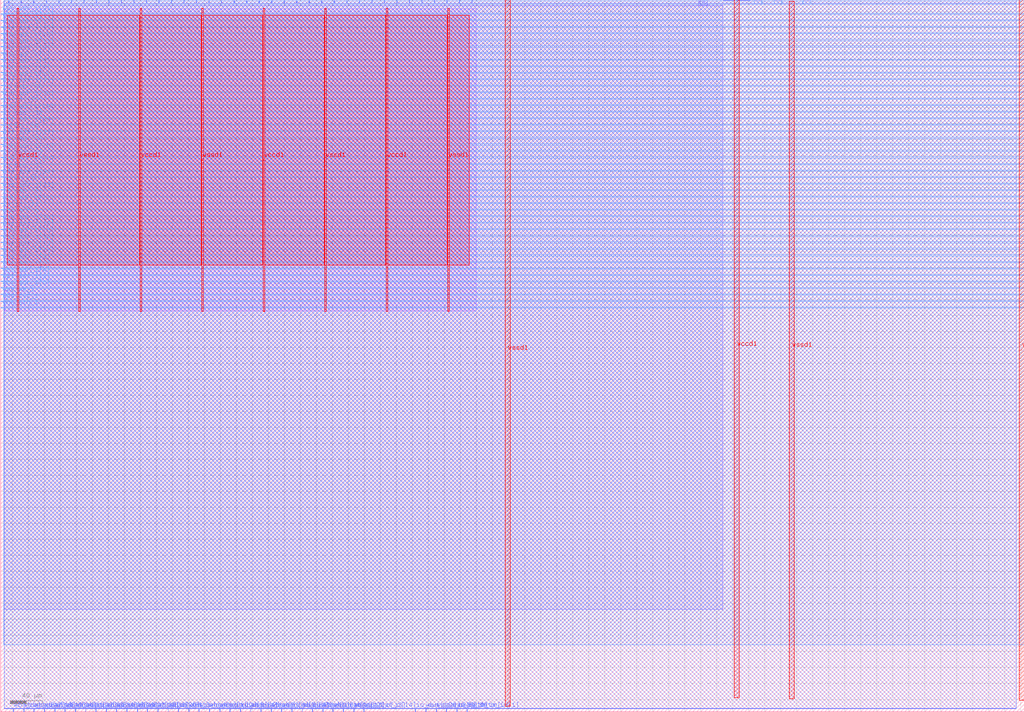
<source format=lef>
VERSION 5.7 ;
  NOWIREEXTENSIONATPIN ON ;
  DIVIDERCHAR "/" ;
  BUSBITCHARS "[]" ;
MACRO TOP_mixed
  CLASS BLOCK ;
  FOREIGN TOP_mixed ;
  ORIGIN 194.545 475.390 ;
  SIZE 1279.025 BY 890.000 ;
  PIN io_in__31
    DIRECTION INPUT ;
    USE SIGNAL ;
    ANTENNAGATEAREA 0.159000 ;
    PORT
      LAYER met3 ;
        RECT -194.545 152.010 -190.545 152.610 ;
    END
  END io_in__31
  PIN io_in__32
    DIRECTION INPUT ;
    USE SIGNAL ;
    ANTENNAGATEAREA 0.196500 ;
    PORT
      LAYER met3 ;
        RECT -194.545 184.650 -190.545 185.250 ;
    END
  END io_in__32
  PIN io_in__34
    DIRECTION INPUT ;
    USE SIGNAL ;
    ANTENNAGATEAREA 0.213000 ;
    PORT
      LAYER met3 ;
        RECT -194.545 249.930 -190.545 250.530 ;
    END
  END io_in__34
  PIN io_in__35
    DIRECTION INPUT ;
    USE SIGNAL ;
    ANTENNAGATEAREA 0.213000 ;
    PORT
      LAYER met3 ;
        RECT -194.545 282.570 -190.545 283.170 ;
    END
  END io_in__35
  PIN io_oeb__10
    DIRECTION OUTPUT TRISTATE ;
    USE SIGNAL ;
    PORT
      LAYER met2 ;
        RECT -12.295 410.610 -12.015 414.610 ;
    END
  END io_oeb__10
  PIN io_oeb__27
    DIRECTION OUTPUT TRISTATE ;
    USE SIGNAL ;
    PORT
      LAYER met2 ;
        RECT 233.720 -475.390 234.260 -471.390 ;
    END
  END io_oeb__27
  PIN io_oeb__28
    DIRECTION OUTPUT TRISTATE ;
    USE SIGNAL ;
    PORT
      LAYER met2 ;
        RECT 169.290 -475.390 169.830 -471.390 ;
    END
  END io_oeb__28
  PIN io_oeb__29
    DIRECTION OUTPUT TRISTATE ;
    USE SIGNAL ;
    PORT
      LAYER met2 ;
        RECT 104.860 -475.390 105.400 -471.390 ;
    END
  END io_oeb__29
  PIN io_oeb__30
    DIRECTION OUTPUT TRISTATE ;
    USE SIGNAL ;
    PORT
      LAYER met2 ;
        RECT 362.360 -475.390 363.090 -471.100 ;
    END
  END io_oeb__30
  PIN io_oeb__31
    DIRECTION OUTPUT TRISTATE ;
    USE SIGNAL ;
    PORT
      LAYER met3 ;
        RECT -194.545 168.330 -190.545 168.930 ;
    END
  END io_oeb__31
  PIN io_oeb__32
    DIRECTION OUTPUT TRISTATE ;
    USE SIGNAL ;
    PORT
      LAYER met3 ;
        RECT -194.545 200.970 -190.545 201.570 ;
    END
  END io_oeb__32
  PIN io_oeb__33
    DIRECTION OUTPUT TRISTATE ;
    USE SIGNAL ;
    PORT
      LAYER met3 ;
        RECT -194.545 233.610 -190.545 234.210 ;
    END
  END io_oeb__33
  PIN io_oeb__34
    DIRECTION OUTPUT TRISTATE ;
    USE SIGNAL ;
    PORT
      LAYER met3 ;
        RECT -194.545 266.250 -190.545 266.850 ;
    END
  END io_oeb__34
  PIN io_oeb__35
    DIRECTION OUTPUT TRISTATE ;
    USE SIGNAL ;
    PORT
      LAYER met3 ;
        RECT -194.545 298.890 -190.545 299.490 ;
    END
  END io_oeb__35
  PIN io_oeb__8
    DIRECTION OUTPUT TRISTATE ;
    USE SIGNAL ;
    PORT
      LAYER met2 ;
        RECT -153.055 410.610 -152.775 414.610 ;
    END
  END io_oeb__8
  PIN io_oeb__9
    DIRECTION OUTPUT TRISTATE ;
    USE SIGNAL ;
    PORT
      LAYER met2 ;
        RECT -90.495 410.610 -90.215 414.610 ;
    END
  END io_oeb__9
  PIN io_out__30
    DIRECTION OUTPUT TRISTATE ;
    USE SIGNAL ;
    ANTENNADIFFAREA 2.673000 ;
    PORT
      LAYER met2 ;
        RECT 323.820 -475.390 324.360 -471.390 ;
    END
  END io_out__30
  PIN io_out__33
    DIRECTION OUTPUT TRISTATE ;
    USE SIGNAL ;
    ANTENNADIFFAREA 2.673000 ;
    PORT
      LAYER met3 ;
        RECT -194.545 217.290 -190.545 217.890 ;
    END
  END io_out__33
  PIN la_data_in[0]
    DIRECTION INPUT ;
    USE SIGNAL ;
    ANTENNAGATEAREA 0.126000 ;
    PORT
      LAYER met2 ;
        RECT 375.300 -475.390 375.950 -471.100 ;
    END
  END la_data_in[0]
  PIN la_data_in[1]
    DIRECTION INPUT ;
    USE SIGNAL ;
    PORT
      LAYER met2 ;
        RECT 388.160 -475.390 388.910 -471.100 ;
    END
  END la_data_in[1]
  PIN user_irq[0]
    DIRECTION OUTPUT TRISTATE ;
    USE SIGNAL ;
    PORT
      LAYER met2 ;
        RECT 363.065 410.610 363.345 414.610 ;
    END
  END user_irq[0]
  PIN user_irq[1]
    DIRECTION OUTPUT TRISTATE ;
    USE SIGNAL ;
    PORT
      LAYER met2 ;
        RECT 378.705 410.610 378.985 414.610 ;
    END
  END user_irq[1]
  PIN user_irq[2]
    DIRECTION OUTPUT TRISTATE ;
    USE SIGNAL ;
    PORT
      LAYER met2 ;
        RECT 394.345 410.610 394.625 414.610 ;
    END
  END user_irq[2]
  PIN vccd1
    DIRECTION INOUT ;
    USE POWER ;
    PORT
      LAYER met4 ;
        RECT -173.505 25.250 -171.905 403.810 ;
    END
    PORT
      LAYER met4 ;
        RECT -19.905 25.250 -18.305 403.810 ;
    END
    PORT
      LAYER met4 ;
        RECT 133.695 25.250 135.295 403.810 ;
    END
    PORT
      LAYER met4 ;
        RECT 287.295 25.250 288.895 403.810 ;
    END
    PORT
      LAYER met4 ;
        RECT 721.840 -458.080 728.340 414.610 ;
    END
    PORT
      LAYER met4 ;
        RECT 1077.980 -460.700 1084.480 414.610 ;
    END
  END vccd1
  PIN vssd1
    DIRECTION INOUT ;
    USE GROUND ;
    PORT
      LAYER met4 ;
        RECT -96.705 25.250 -95.105 403.810 ;
    END
    PORT
      LAYER met4 ;
        RECT 56.895 25.250 58.495 403.810 ;
    END
    PORT
      LAYER met4 ;
        RECT 210.495 25.250 212.095 403.810 ;
    END
    PORT
      LAYER met4 ;
        RECT 364.095 25.250 365.695 403.810 ;
    END
    PORT
      LAYER met4 ;
        RECT 435.655 -468.445 442.145 414.610 ;
    END
    PORT
      LAYER met4 ;
        RECT 790.585 -459.255 797.085 412.890 ;
    END
  END vssd1
  PIN wb_clk_i
    DIRECTION INPUT ;
    USE SIGNAL ;
    ANTENNAGATEAREA 0.852000 ;
    PORT
      LAYER met2 ;
        RECT 14.740 -475.390 15.290 -471.390 ;
    END
  END wb_clk_i
  PIN wb_rst_i
    DIRECTION INPUT ;
    USE SIGNAL ;
    PORT
      LAYER met2 ;
        RECT 27.630 -475.390 28.150 -471.390 ;
    END
  END wb_rst_i
  PIN wbs_ack_o
    DIRECTION OUTPUT TRISTATE ;
    USE SIGNAL ;
    ANTENNADIFFAREA 2.673000 ;
    PORT
      LAYER met3 ;
        RECT -194.545 143.850 -190.545 144.450 ;
    END
  END wbs_ack_o
  PIN wbs_adr_i[0]
    DIRECTION INPUT ;
    USE SIGNAL ;
    ANTENNAGATEAREA 0.126000 ;
    PORT
      LAYER met3 ;
        RECT -194.545 54.090 -190.545 54.690 ;
    END
  END wbs_adr_i[0]
  PIN wbs_adr_i[10]
    DIRECTION INPUT ;
    USE SIGNAL ;
    ANTENNAGATEAREA 0.126000 ;
    PORT
      LAYER met3 ;
        RECT -194.545 94.890 -190.545 95.490 ;
    END
  END wbs_adr_i[10]
  PIN wbs_adr_i[11]
    DIRECTION INPUT ;
    USE SIGNAL ;
    ANTENNAGATEAREA 0.213000 ;
    PORT
      LAYER met3 ;
        RECT -194.545 356.010 -190.545 356.610 ;
    END
  END wbs_adr_i[11]
  PIN wbs_adr_i[12]
    DIRECTION INPUT ;
    USE SIGNAL ;
    ANTENNAGATEAREA 0.196500 ;
    PORT
      LAYER met3 ;
        RECT -194.545 103.050 -190.545 103.650 ;
    END
  END wbs_adr_i[12]
  PIN wbs_adr_i[13]
    DIRECTION INPUT ;
    USE SIGNAL ;
    ANTENNAGATEAREA 0.213000 ;
    PORT
      LAYER met3 ;
        RECT -194.545 364.170 -190.545 364.770 ;
    END
  END wbs_adr_i[13]
  PIN wbs_adr_i[14]
    DIRECTION INPUT ;
    USE SIGNAL ;
    ANTENNAGATEAREA 0.126000 ;
    PORT
      LAYER met3 ;
        RECT -194.545 111.210 -190.545 111.810 ;
    END
  END wbs_adr_i[14]
  PIN wbs_adr_i[15]
    DIRECTION INPUT ;
    USE SIGNAL ;
    ANTENNAGATEAREA 0.213000 ;
    PORT
      LAYER met3 ;
        RECT -194.545 372.330 -190.545 372.930 ;
    END
  END wbs_adr_i[15]
  PIN wbs_adr_i[16]
    DIRECTION INPUT ;
    USE SIGNAL ;
    ANTENNAGATEAREA 0.196500 ;
    PORT
      LAYER met3 ;
        RECT -194.545 119.370 -190.545 119.970 ;
    END
  END wbs_adr_i[16]
  PIN wbs_adr_i[17]
    DIRECTION INPUT ;
    USE SIGNAL ;
    ANTENNAGATEAREA 0.213000 ;
    PORT
      LAYER met3 ;
        RECT -194.545 380.490 -190.545 381.090 ;
    END
  END wbs_adr_i[17]
  PIN wbs_adr_i[18]
    DIRECTION INPUT ;
    USE SIGNAL ;
    ANTENNAGATEAREA 0.126000 ;
    PORT
      LAYER met3 ;
        RECT -194.545 127.530 -190.545 128.130 ;
    END
  END wbs_adr_i[18]
  PIN wbs_adr_i[19]
    DIRECTION INPUT ;
    USE SIGNAL ;
    ANTENNAGATEAREA 0.213000 ;
    PORT
      LAYER met3 ;
        RECT -194.545 388.650 -190.545 389.250 ;
    END
  END wbs_adr_i[19]
  PIN wbs_adr_i[1]
    DIRECTION INPUT ;
    USE SIGNAL ;
    ANTENNAGATEAREA 0.126000 ;
    PORT
      LAYER met3 ;
        RECT -194.545 315.210 -190.545 315.810 ;
    END
  END wbs_adr_i[1]
  PIN wbs_adr_i[20]
    DIRECTION INPUT ;
    USE SIGNAL ;
    ANTENNAGATEAREA 0.196500 ;
    PORT
      LAYER met3 ;
        RECT -194.545 135.690 -190.545 136.290 ;
    END
  END wbs_adr_i[20]
  PIN wbs_adr_i[21]
    DIRECTION INPUT ;
    USE SIGNAL ;
    ANTENNAGATEAREA 0.213000 ;
    PORT
      LAYER met3 ;
        RECT -194.545 396.810 -190.545 397.410 ;
    END
  END wbs_adr_i[21]
  PIN wbs_adr_i[22]
    DIRECTION INPUT ;
    USE SIGNAL ;
    ANTENNAGATEAREA 0.126000 ;
    PORT
      LAYER met3 ;
        RECT -194.545 160.170 -190.545 160.770 ;
    END
  END wbs_adr_i[22]
  PIN wbs_adr_i[23]
    DIRECTION INPUT ;
    USE SIGNAL ;
    ANTENNAGATEAREA 0.196500 ;
    PORT
      LAYER met3 ;
        RECT -194.545 176.490 -190.545 177.090 ;
    END
  END wbs_adr_i[23]
  PIN wbs_adr_i[24]
    DIRECTION INPUT ;
    USE SIGNAL ;
    ANTENNAGATEAREA 0.196500 ;
    PORT
      LAYER met3 ;
        RECT -194.545 192.810 -190.545 193.410 ;
    END
  END wbs_adr_i[24]
  PIN wbs_adr_i[25]
    DIRECTION INPUT ;
    USE SIGNAL ;
    ANTENNAGATEAREA 0.126000 ;
    PORT
      LAYER met3 ;
        RECT -194.545 209.130 -190.545 209.730 ;
    END
  END wbs_adr_i[25]
  PIN wbs_adr_i[26]
    DIRECTION INPUT ;
    USE SIGNAL ;
    ANTENNAGATEAREA 0.126000 ;
    PORT
      LAYER met3 ;
        RECT -194.545 225.450 -190.545 226.050 ;
    END
  END wbs_adr_i[26]
  PIN wbs_adr_i[27]
    DIRECTION INPUT ;
    USE SIGNAL ;
    ANTENNAGATEAREA 0.196500 ;
    PORT
      LAYER met3 ;
        RECT -194.545 241.770 -190.545 242.370 ;
    END
  END wbs_adr_i[27]
  PIN wbs_adr_i[28]
    DIRECTION INPUT ;
    USE SIGNAL ;
    ANTENNAGATEAREA 0.196500 ;
    PORT
      LAYER met3 ;
        RECT -194.545 258.090 -190.545 258.690 ;
    END
  END wbs_adr_i[28]
  PIN wbs_adr_i[29]
    DIRECTION INPUT ;
    USE SIGNAL ;
    ANTENNAGATEAREA 0.196500 ;
    PORT
      LAYER met3 ;
        RECT -194.545 274.410 -190.545 275.010 ;
    END
  END wbs_adr_i[29]
  PIN wbs_adr_i[2]
    DIRECTION INPUT ;
    USE SIGNAL ;
    ANTENNAGATEAREA 0.126000 ;
    PORT
      LAYER met3 ;
        RECT -194.545 62.250 -190.545 62.850 ;
    END
  END wbs_adr_i[2]
  PIN wbs_adr_i[30]
    DIRECTION INPUT ;
    USE SIGNAL ;
    ANTENNAGATEAREA 0.196500 ;
    PORT
      LAYER met3 ;
        RECT -194.545 290.730 -190.545 291.330 ;
    END
  END wbs_adr_i[30]
  PIN wbs_adr_i[31]
    DIRECTION INPUT ;
    USE SIGNAL ;
    ANTENNAGATEAREA 0.196500 ;
    PORT
      LAYER met3 ;
        RECT -194.545 307.050 -190.545 307.650 ;
    END
  END wbs_adr_i[31]
  PIN wbs_adr_i[3]
    DIRECTION INPUT ;
    USE SIGNAL ;
    ANTENNAGATEAREA 0.126000 ;
    PORT
      LAYER met3 ;
        RECT -194.545 323.370 -190.545 323.970 ;
    END
  END wbs_adr_i[3]
  PIN wbs_adr_i[4]
    DIRECTION INPUT ;
    USE SIGNAL ;
    ANTENNAGATEAREA 0.126000 ;
    PORT
      LAYER met3 ;
        RECT -194.545 70.410 -190.545 71.010 ;
    END
  END wbs_adr_i[4]
  PIN wbs_adr_i[5]
    DIRECTION INPUT ;
    USE SIGNAL ;
    ANTENNAGATEAREA 0.126000 ;
    PORT
      LAYER met3 ;
        RECT -194.545 331.530 -190.545 332.130 ;
    END
  END wbs_adr_i[5]
  PIN wbs_adr_i[6]
    DIRECTION INPUT ;
    USE SIGNAL ;
    ANTENNAGATEAREA 0.126000 ;
    PORT
      LAYER met3 ;
        RECT -194.545 78.570 -190.545 79.170 ;
    END
  END wbs_adr_i[6]
  PIN wbs_adr_i[7]
    DIRECTION INPUT ;
    USE SIGNAL ;
    ANTENNAGATEAREA 0.126000 ;
    PORT
      LAYER met3 ;
        RECT -194.545 339.690 -190.545 340.290 ;
    END
  END wbs_adr_i[7]
  PIN wbs_adr_i[8]
    DIRECTION INPUT ;
    USE SIGNAL ;
    ANTENNAGATEAREA 0.196500 ;
    PORT
      LAYER met3 ;
        RECT -194.545 86.730 -190.545 87.330 ;
    END
  END wbs_adr_i[8]
  PIN wbs_adr_i[9]
    DIRECTION INPUT ;
    USE SIGNAL ;
    ANTENNAGATEAREA 0.213000 ;
    PORT
      LAYER met3 ;
        RECT -194.545 347.850 -190.545 348.450 ;
    END
  END wbs_adr_i[9]
  PIN wbs_cyc_i
    DIRECTION INPUT ;
    USE SIGNAL ;
    ANTENNAGATEAREA 0.159000 ;
    PORT
      LAYER met3 ;
        RECT -194.545 37.770 -190.545 38.370 ;
    END
  END wbs_cyc_i
  PIN wbs_dat_i[0]
    DIRECTION INPUT ;
    USE SIGNAL ;
    ANTENNAGATEAREA 0.126000 ;
    PORT
      LAYER met2 ;
        RECT -184.335 410.610 -184.055 414.610 ;
    END
  END wbs_dat_i[0]
  PIN wbs_dat_i[10]
    DIRECTION INPUT ;
    USE SIGNAL ;
    ANTENNAGATEAREA 0.126000 ;
    PORT
      LAYER met2 ;
        RECT 18.985 410.610 19.265 414.610 ;
    END
  END wbs_dat_i[10]
  PIN wbs_dat_i[11]
    DIRECTION INPUT ;
    USE SIGNAL ;
    ANTENNAGATEAREA 0.126000 ;
    PORT
      LAYER met2 ;
        RECT 34.625 410.610 34.905 414.610 ;
    END
  END wbs_dat_i[11]
  PIN wbs_dat_i[12]
    DIRECTION INPUT ;
    USE SIGNAL ;
    ANTENNAGATEAREA 0.126000 ;
    PORT
      LAYER met2 ;
        RECT 50.265 410.610 50.545 414.610 ;
    END
  END wbs_dat_i[12]
  PIN wbs_dat_i[13]
    DIRECTION INPUT ;
    USE SIGNAL ;
    ANTENNAGATEAREA 0.126000 ;
    PORT
      LAYER met2 ;
        RECT 65.905 410.610 66.185 414.610 ;
    END
  END wbs_dat_i[13]
  PIN wbs_dat_i[14]
    DIRECTION INPUT ;
    USE SIGNAL ;
    ANTENNAGATEAREA 0.126000 ;
    PORT
      LAYER met2 ;
        RECT 81.545 410.610 81.825 414.610 ;
    END
  END wbs_dat_i[14]
  PIN wbs_dat_i[15]
    DIRECTION INPUT ;
    USE SIGNAL ;
    ANTENNAGATEAREA 0.126000 ;
    PORT
      LAYER met2 ;
        RECT 97.185 410.610 97.465 414.610 ;
    END
  END wbs_dat_i[15]
  PIN wbs_dat_i[16]
    DIRECTION INPUT ;
    USE SIGNAL ;
    ANTENNAGATEAREA 0.126000 ;
    PORT
      LAYER met2 ;
        RECT 112.825 410.610 113.105 414.610 ;
    END
  END wbs_dat_i[16]
  PIN wbs_dat_i[17]
    DIRECTION INPUT ;
    USE SIGNAL ;
    ANTENNAGATEAREA 0.126000 ;
    PORT
      LAYER met2 ;
        RECT 128.465 410.610 128.745 414.610 ;
    END
  END wbs_dat_i[17]
  PIN wbs_dat_i[18]
    DIRECTION INPUT ;
    USE SIGNAL ;
    ANTENNAGATEAREA 0.126000 ;
    PORT
      LAYER met2 ;
        RECT 144.105 410.610 144.385 414.610 ;
    END
  END wbs_dat_i[18]
  PIN wbs_dat_i[19]
    DIRECTION INPUT ;
    USE SIGNAL ;
    ANTENNAGATEAREA 0.126000 ;
    PORT
      LAYER met2 ;
        RECT 159.745 410.610 160.025 414.610 ;
    END
  END wbs_dat_i[19]
  PIN wbs_dat_i[1]
    DIRECTION INPUT ;
    USE SIGNAL ;
    ANTENNAGATEAREA 0.126000 ;
    PORT
      LAYER met2 ;
        RECT -168.695 410.610 -168.415 414.610 ;
    END
  END wbs_dat_i[1]
  PIN wbs_dat_i[20]
    DIRECTION INPUT ;
    USE SIGNAL ;
    ANTENNAGATEAREA 0.126000 ;
    PORT
      LAYER met2 ;
        RECT 175.385 410.610 175.665 414.610 ;
    END
  END wbs_dat_i[20]
  PIN wbs_dat_i[21]
    DIRECTION INPUT ;
    USE SIGNAL ;
    ANTENNAGATEAREA 0.126000 ;
    PORT
      LAYER met2 ;
        RECT 191.025 410.610 191.305 414.610 ;
    END
  END wbs_dat_i[21]
  PIN wbs_dat_i[22]
    DIRECTION INPUT ;
    USE SIGNAL ;
    ANTENNAGATEAREA 0.126000 ;
    PORT
      LAYER met2 ;
        RECT 206.665 410.610 206.945 414.610 ;
    END
  END wbs_dat_i[22]
  PIN wbs_dat_i[23]
    DIRECTION INPUT ;
    USE SIGNAL ;
    ANTENNAGATEAREA 0.126000 ;
    PORT
      LAYER met2 ;
        RECT 222.305 410.610 222.585 414.610 ;
    END
  END wbs_dat_i[23]
  PIN wbs_dat_i[24]
    DIRECTION INPUT ;
    USE SIGNAL ;
    ANTENNAGATEAREA 0.126000 ;
    PORT
      LAYER met2 ;
        RECT 237.945 410.610 238.225 414.610 ;
    END
  END wbs_dat_i[24]
  PIN wbs_dat_i[25]
    DIRECTION INPUT ;
    USE SIGNAL ;
    ANTENNAGATEAREA 0.126000 ;
    PORT
      LAYER met2 ;
        RECT 253.585 410.610 253.865 414.610 ;
    END
  END wbs_dat_i[25]
  PIN wbs_dat_i[26]
    DIRECTION INPUT ;
    USE SIGNAL ;
    ANTENNAGATEAREA 0.126000 ;
    PORT
      LAYER met2 ;
        RECT 269.225 410.610 269.505 414.610 ;
    END
  END wbs_dat_i[26]
  PIN wbs_dat_i[27]
    DIRECTION INPUT ;
    USE SIGNAL ;
    ANTENNAGATEAREA 0.126000 ;
    PORT
      LAYER met2 ;
        RECT 284.865 410.610 285.145 414.610 ;
    END
  END wbs_dat_i[27]
  PIN wbs_dat_i[28]
    DIRECTION INPUT ;
    USE SIGNAL ;
    ANTENNAGATEAREA 0.126000 ;
    PORT
      LAYER met2 ;
        RECT 300.505 410.610 300.785 414.610 ;
    END
  END wbs_dat_i[28]
  PIN wbs_dat_i[29]
    DIRECTION INPUT ;
    USE SIGNAL ;
    ANTENNAGATEAREA 0.126000 ;
    PORT
      LAYER met2 ;
        RECT 316.145 410.610 316.425 414.610 ;
    END
  END wbs_dat_i[29]
  PIN wbs_dat_i[2]
    DIRECTION INPUT ;
    USE SIGNAL ;
    ANTENNAGATEAREA 0.126000 ;
    PORT
      LAYER met2 ;
        RECT -137.415 410.610 -137.135 414.610 ;
    END
  END wbs_dat_i[2]
  PIN wbs_dat_i[30]
    DIRECTION INPUT ;
    USE SIGNAL ;
    ANTENNAGATEAREA 0.126000 ;
    PORT
      LAYER met2 ;
        RECT 331.785 410.610 332.065 414.610 ;
    END
  END wbs_dat_i[30]
  PIN wbs_dat_i[31]
    DIRECTION INPUT ;
    USE SIGNAL ;
    ANTENNAGATEAREA 0.126000 ;
    PORT
      LAYER met2 ;
        RECT 347.425 410.610 347.705 414.610 ;
    END
  END wbs_dat_i[31]
  PIN wbs_dat_i[3]
    DIRECTION INPUT ;
    USE SIGNAL ;
    ANTENNAGATEAREA 0.126000 ;
    PORT
      LAYER met2 ;
        RECT -121.775 410.610 -121.495 414.610 ;
    END
  END wbs_dat_i[3]
  PIN wbs_dat_i[4]
    DIRECTION INPUT ;
    USE SIGNAL ;
    ANTENNAGATEAREA 0.126000 ;
    PORT
      LAYER met2 ;
        RECT -106.135 410.610 -105.855 414.610 ;
    END
  END wbs_dat_i[4]
  PIN wbs_dat_i[5]
    DIRECTION INPUT ;
    USE SIGNAL ;
    ANTENNAGATEAREA 0.126000 ;
    PORT
      LAYER met2 ;
        RECT -74.855 410.610 -74.575 414.610 ;
    END
  END wbs_dat_i[5]
  PIN wbs_dat_i[6]
    DIRECTION INPUT ;
    USE SIGNAL ;
    ANTENNAGATEAREA 0.126000 ;
    PORT
      LAYER met2 ;
        RECT -59.215 410.610 -58.935 414.610 ;
    END
  END wbs_dat_i[6]
  PIN wbs_dat_i[7]
    DIRECTION INPUT ;
    USE SIGNAL ;
    ANTENNAGATEAREA 0.126000 ;
    PORT
      LAYER met2 ;
        RECT -43.575 410.610 -43.295 414.610 ;
    END
  END wbs_dat_i[7]
  PIN wbs_dat_i[8]
    DIRECTION INPUT ;
    USE SIGNAL ;
    ANTENNAGATEAREA 0.126000 ;
    PORT
      LAYER met2 ;
        RECT -27.935 410.610 -27.655 414.610 ;
    END
  END wbs_dat_i[8]
  PIN wbs_dat_i[9]
    DIRECTION INPUT ;
    USE SIGNAL ;
    ANTENNAGATEAREA 0.126000 ;
    PORT
      LAYER met2 ;
        RECT 3.345 410.610 3.625 414.610 ;
    END
  END wbs_dat_i[9]
  PIN wbs_dat_o[0]
    DIRECTION OUTPUT TRISTATE ;
    USE SIGNAL ;
    ANTENNADIFFAREA 2.673000 ;
    PORT
      LAYER met2 ;
        RECT 40.490 -475.390 41.040 -471.390 ;
    END
  END wbs_dat_o[0]
  PIN wbs_dat_o[10]
    DIRECTION OUTPUT TRISTATE ;
    USE SIGNAL ;
    ANTENNADIFFAREA 2.673000 ;
    PORT
      LAYER met2 ;
        RECT 194.980 -475.390 195.540 -471.390 ;
    END
  END wbs_dat_o[10]
  PIN wbs_dat_o[11]
    DIRECTION OUTPUT TRISTATE ;
    USE SIGNAL ;
    ANTENNADIFFAREA 2.673000 ;
    PORT
      LAYER met2 ;
        RECT 207.880 -475.390 208.430 -471.390 ;
    END
  END wbs_dat_o[11]
  PIN wbs_dat_o[12]
    DIRECTION OUTPUT TRISTATE ;
    USE SIGNAL ;
    ANTENNADIFFAREA 2.673000 ;
    PORT
      LAYER met2 ;
        RECT 220.770 -475.390 221.350 -471.390 ;
    END
  END wbs_dat_o[12]
  PIN wbs_dat_o[13]
    DIRECTION OUTPUT TRISTATE ;
    USE SIGNAL ;
    ANTENNADIFFAREA 2.673000 ;
    PORT
      LAYER met2 ;
        RECT 246.600 -475.390 247.060 -471.390 ;
    END
  END wbs_dat_o[13]
  PIN wbs_dat_o[14]
    DIRECTION OUTPUT TRISTATE ;
    USE SIGNAL ;
    ANTENNADIFFAREA 2.673000 ;
    PORT
      LAYER met2 ;
        RECT 259.400 -475.390 259.990 -471.390 ;
    END
  END wbs_dat_o[14]
  PIN wbs_dat_o[15]
    DIRECTION OUTPUT TRISTATE ;
    USE SIGNAL ;
    ANTENNADIFFAREA 2.673000 ;
    PORT
      LAYER met2 ;
        RECT 336.580 -475.390 337.320 -471.100 ;
    END
  END wbs_dat_o[15]
  PIN wbs_dat_o[16]
    DIRECTION OUTPUT TRISTATE ;
    USE SIGNAL ;
    ANTENNADIFFAREA 2.673000 ;
    PORT
      LAYER met2 ;
        RECT 349.530 -475.390 350.150 -471.100 ;
    END
  END wbs_dat_o[16]
  PIN wbs_dat_o[17]
    DIRECTION OUTPUT TRISTATE ;
    USE SIGNAL ;
    ANTENNADIFFAREA 2.673000 ;
    PORT
      LAYER met2 ;
        RECT -178.360 -475.390 -177.950 -471.390 ;
    END
  END wbs_dat_o[17]
  PIN wbs_dat_o[18]
    DIRECTION OUTPUT TRISTATE ;
    USE SIGNAL ;
    ANTENNADIFFAREA 2.673000 ;
    PORT
      LAYER met2 ;
        RECT -165.610 -475.390 -165.080 -471.390 ;
    END
  END wbs_dat_o[18]
  PIN wbs_dat_o[19]
    DIRECTION OUTPUT TRISTATE ;
    USE SIGNAL ;
    ANTENNADIFFAREA 2.673000 ;
    PORT
      LAYER met2 ;
        RECT -152.740 -475.390 -152.200 -471.390 ;
    END
  END wbs_dat_o[19]
  PIN wbs_dat_o[1]
    DIRECTION OUTPUT TRISTATE ;
    USE SIGNAL ;
    ANTENNADIFFAREA 2.673000 ;
    PORT
      LAYER met2 ;
        RECT 53.380 -475.390 53.960 -471.390 ;
    END
  END wbs_dat_o[1]
  PIN wbs_dat_o[20]
    DIRECTION OUTPUT TRISTATE ;
    USE SIGNAL ;
    ANTENNADIFFAREA 2.673000 ;
    PORT
      LAYER met2 ;
        RECT -139.860 -475.390 -139.290 -471.390 ;
    END
  END wbs_dat_o[20]
  PIN wbs_dat_o[21]
    DIRECTION OUTPUT TRISTATE ;
    USE SIGNAL ;
    ANTENNADIFFAREA 2.673000 ;
    PORT
      LAYER met2 ;
        RECT -126.950 -475.390 -126.410 -471.390 ;
    END
  END wbs_dat_o[21]
  PIN wbs_dat_o[22]
    DIRECTION OUTPUT TRISTATE ;
    USE SIGNAL ;
    ANTENNADIFFAREA 2.673000 ;
    PORT
      LAYER met2 ;
        RECT -114.070 -475.390 -113.500 -471.390 ;
    END
  END wbs_dat_o[22]
  PIN wbs_dat_o[23]
    DIRECTION OUTPUT TRISTATE ;
    USE SIGNAL ;
    ANTENNADIFFAREA 2.673000 ;
    PORT
      LAYER met2 ;
        RECT -101.160 -475.390 -100.680 -471.390 ;
    END
  END wbs_dat_o[23]
  PIN wbs_dat_o[24]
    DIRECTION OUTPUT TRISTATE ;
    USE SIGNAL ;
    ANTENNADIFFAREA 2.673000 ;
    PORT
      LAYER met2 ;
        RECT -88.340 -475.390 -87.770 -471.390 ;
    END
  END wbs_dat_o[24]
  PIN wbs_dat_o[25]
    DIRECTION OUTPUT TRISTATE ;
    USE SIGNAL ;
    ANTENNADIFFAREA 2.673000 ;
    PORT
      LAYER met2 ;
        RECT -75.430 -475.390 -74.850 -471.390 ;
    END
  END wbs_dat_o[25]
  PIN wbs_dat_o[26]
    DIRECTION OUTPUT TRISTATE ;
    USE SIGNAL ;
    ANTENNADIFFAREA 2.673000 ;
    PORT
      LAYER met2 ;
        RECT -62.510 -475.390 -62.000 -471.390 ;
    END
  END wbs_dat_o[26]
  PIN wbs_dat_o[27]
    DIRECTION OUTPUT TRISTATE ;
    USE SIGNAL ;
    ANTENNADIFFAREA 2.673000 ;
    PORT
      LAYER met2 ;
        RECT -49.660 -475.390 -49.120 -471.390 ;
    END
  END wbs_dat_o[27]
  PIN wbs_dat_o[28]
    DIRECTION OUTPUT TRISTATE ;
    USE SIGNAL ;
    ANTENNADIFFAREA 2.673000 ;
    PORT
      LAYER met2 ;
        RECT -36.780 -475.390 -36.210 -471.390 ;
    END
  END wbs_dat_o[28]
  PIN wbs_dat_o[29]
    DIRECTION OUTPUT TRISTATE ;
    USE SIGNAL ;
    ANTENNADIFFAREA 2.673000 ;
    PORT
      LAYER met2 ;
        RECT -23.870 -475.390 -23.410 -471.390 ;
    END
  END wbs_dat_o[29]
  PIN wbs_dat_o[2]
    DIRECTION OUTPUT TRISTATE ;
    USE SIGNAL ;
    ANTENNADIFFAREA 2.673000 ;
    PORT
      LAYER met2 ;
        RECT 66.300 -475.390 66.730 -471.390 ;
    END
  END wbs_dat_o[2]
  PIN wbs_dat_o[30]
    DIRECTION OUTPUT TRISTATE ;
    USE SIGNAL ;
    ANTENNADIFFAREA 2.673000 ;
    PORT
      LAYER met2 ;
        RECT -11.070 -475.390 -10.520 -471.390 ;
    END
  END wbs_dat_o[30]
  PIN wbs_dat_o[31]
    DIRECTION OUTPUT TRISTATE ;
    USE SIGNAL ;
    ANTENNADIFFAREA 2.673000 ;
    PORT
      LAYER met2 ;
        RECT 1.820 -475.390 2.400 -471.390 ;
    END
  END wbs_dat_o[31]
  PIN wbs_dat_o[3]
    DIRECTION OUTPUT TRISTATE ;
    USE SIGNAL ;
    ANTENNADIFFAREA 2.673000 ;
    PORT
      LAYER met2 ;
        RECT 79.070 -475.390 79.690 -471.390 ;
    END
  END wbs_dat_o[3]
  PIN wbs_dat_o[4]
    DIRECTION OUTPUT TRISTATE ;
    USE SIGNAL ;
    ANTENNADIFFAREA 2.673000 ;
    PORT
      LAYER met2 ;
        RECT 92.030 -475.390 92.520 -471.390 ;
    END
  END wbs_dat_o[4]
  PIN wbs_dat_o[5]
    DIRECTION OUTPUT TRISTATE ;
    USE SIGNAL ;
    ANTENNADIFFAREA 2.673000 ;
    PORT
      LAYER met2 ;
        RECT 117.740 -475.390 118.290 -471.390 ;
    END
  END wbs_dat_o[5]
  PIN wbs_dat_o[6]
    DIRECTION OUTPUT TRISTATE ;
    USE SIGNAL ;
    ANTENNADIFFAREA 2.673000 ;
    PORT
      LAYER met2 ;
        RECT 130.630 -475.390 131.170 -471.390 ;
    END
  END wbs_dat_o[6]
  PIN wbs_dat_o[7]
    DIRECTION OUTPUT TRISTATE ;
    USE SIGNAL ;
    ANTENNADIFFAREA 2.673000 ;
    PORT
      LAYER met2 ;
        RECT 143.510 -475.390 144.080 -471.390 ;
    END
  END wbs_dat_o[7]
  PIN wbs_dat_o[8]
    DIRECTION OUTPUT TRISTATE ;
    USE SIGNAL ;
    ANTENNADIFFAREA 2.673000 ;
    PORT
      LAYER met2 ;
        RECT 156.420 -475.390 156.910 -471.390 ;
    END
  END wbs_dat_o[8]
  PIN wbs_dat_o[9]
    DIRECTION OUTPUT TRISTATE ;
    USE SIGNAL ;
    ANTENNADIFFAREA 2.673000 ;
    PORT
      LAYER met2 ;
        RECT 182.130 -475.390 182.640 -471.390 ;
    END
  END wbs_dat_o[9]
  PIN wbs_stb_i
    DIRECTION INPUT ;
    USE SIGNAL ;
    ANTENNAGATEAREA 0.159000 ;
    PORT
      LAYER met3 ;
        RECT -194.545 29.610 -190.545 30.210 ;
    END
  END wbs_stb_i
  PIN wbs_we_i
    DIRECTION INPUT ;
    USE SIGNAL ;
    ANTENNAGATEAREA 0.159000 ;
    PORT
      LAYER met3 ;
        RECT -194.545 45.930 -190.545 46.530 ;
    END
  END wbs_we_i
  PIN io_out__29
    DIRECTION OUTPUT TRISTATE ;
    USE SIGNAL ;
    PORT
      LAYER met3 ;
        RECT 747.285 409.270 756.535 414.610 ;
    END
  END io_out__29
  PIN analog_io__2
    DIRECTION OUTPUT TRISTATE ;
    USE SIGNAL ;
    PORT
      LAYER met1 ;
        RECT 681.715 407.510 683.715 414.610 ;
    END
  END analog_io__2
  PIN analog_io__3
    DIRECTION OUTPUT TRISTATE ;
    USE SIGNAL ;
    PORT
      LAYER met1 ;
        RECT 677.755 407.510 679.755 414.610 ;
    END
  END analog_io__3
  PIN io_out__28
    DIRECTION OUTPUT TRISTATE ;
    USE SIGNAL ;
    PORT
      LAYER met3 ;
        RECT 772.165 409.270 781.415 414.610 ;
    END
  END io_out__28
  PIN io_out__27
    DIRECTION OUTPUT TRISTATE ;
    USE SIGNAL ;
    PORT
      LAYER met3 ;
        RECT 808.135 409.270 817.385 414.610 ;
    END
  END io_out__27
  PIN analog_io__1
    DIRECTION OUTPUT TRISTATE ;
    USE SIGNAL ;
    PORT
      LAYER met1 ;
        RECT 685.425 407.660 688.485 414.610 ;
    END
  END analog_io__1
  OBS
      LAYER li1 ;
        RECT -189.025 25.405 399.775 403.655 ;
      LAYER met1 ;
        RECT -189.875 407.230 677.475 408.980 ;
        RECT 680.035 407.230 681.435 408.980 ;
        RECT 683.995 407.380 685.145 408.980 ;
        RECT 688.765 407.380 707.390 408.980 ;
        RECT 683.995 407.230 707.390 407.380 ;
        RECT -189.875 -346.960 707.390 407.230 ;
      LAYER met2 ;
        RECT -189.855 410.330 -184.615 413.660 ;
        RECT -183.775 410.330 -168.975 413.660 ;
        RECT -168.135 410.330 -153.335 413.660 ;
        RECT -152.495 410.330 -137.695 413.660 ;
        RECT -136.855 410.330 -122.055 413.660 ;
        RECT -121.215 410.330 -106.415 413.660 ;
        RECT -105.575 410.330 -90.775 413.660 ;
        RECT -89.935 410.330 -75.135 413.660 ;
        RECT -74.295 410.330 -59.495 413.660 ;
        RECT -58.655 410.330 -43.855 413.660 ;
        RECT -43.015 410.330 -28.215 413.660 ;
        RECT -27.375 410.330 -12.575 413.660 ;
        RECT -11.735 410.330 3.065 413.660 ;
        RECT 3.905 410.330 18.705 413.660 ;
        RECT 19.545 410.330 34.345 413.660 ;
        RECT 35.185 410.330 49.985 413.660 ;
        RECT 50.825 410.330 65.625 413.660 ;
        RECT 66.465 410.330 81.265 413.660 ;
        RECT 82.105 410.330 96.905 413.660 ;
        RECT 97.745 410.330 112.545 413.660 ;
        RECT 113.385 410.330 128.185 413.660 ;
        RECT 129.025 410.330 143.825 413.660 ;
        RECT 144.665 410.330 159.465 413.660 ;
        RECT 160.305 410.330 175.105 413.660 ;
        RECT 175.945 410.330 190.745 413.660 ;
        RECT 191.585 410.330 206.385 413.660 ;
        RECT 207.225 410.330 222.025 413.660 ;
        RECT 222.865 410.330 237.665 413.660 ;
        RECT 238.505 410.330 253.305 413.660 ;
        RECT 254.145 410.330 268.945 413.660 ;
        RECT 269.785 410.330 284.585 413.660 ;
        RECT 285.425 410.330 300.225 413.660 ;
        RECT 301.065 410.330 315.865 413.660 ;
        RECT 316.705 410.330 331.505 413.660 ;
        RECT 332.345 410.330 347.145 413.660 ;
        RECT 347.985 410.330 362.785 413.660 ;
        RECT 363.625 410.330 378.425 413.660 ;
        RECT 379.265 410.330 394.065 413.660 ;
        RECT 394.905 410.330 1073.955 413.660 ;
        RECT -189.855 -470.820 1073.955 410.330 ;
        RECT -189.855 -471.110 336.300 -470.820 ;
        RECT -189.855 -471.390 -178.640 -471.110 ;
        RECT -177.670 -471.390 -165.890 -471.110 ;
        RECT -164.800 -471.390 -153.020 -471.110 ;
        RECT -151.920 -471.390 -140.140 -471.110 ;
        RECT -139.010 -471.390 -127.230 -471.110 ;
        RECT -126.130 -471.390 -114.350 -471.110 ;
        RECT -113.220 -471.390 -101.440 -471.110 ;
        RECT -100.400 -471.390 -88.620 -471.110 ;
        RECT -87.490 -471.390 -75.710 -471.110 ;
        RECT -74.570 -471.390 -62.790 -471.110 ;
        RECT -61.720 -471.390 -49.940 -471.110 ;
        RECT -48.840 -471.390 -37.060 -471.110 ;
        RECT -35.930 -471.390 -24.150 -471.110 ;
        RECT -23.130 -471.390 -11.350 -471.110 ;
        RECT -10.240 -471.390 1.540 -471.110 ;
        RECT 2.680 -471.390 14.460 -471.110 ;
        RECT 15.570 -471.390 27.350 -471.110 ;
        RECT 28.430 -471.390 40.210 -471.110 ;
        RECT 41.320 -471.390 53.100 -471.110 ;
        RECT 54.240 -471.390 66.020 -471.110 ;
        RECT 67.010 -471.390 78.790 -471.110 ;
        RECT 79.970 -471.390 91.750 -471.110 ;
        RECT 92.800 -471.390 104.580 -471.110 ;
        RECT 105.680 -471.390 117.460 -471.110 ;
        RECT 118.570 -471.390 130.350 -471.110 ;
        RECT 131.450 -471.390 143.230 -471.110 ;
        RECT 144.360 -471.390 156.140 -471.110 ;
        RECT 157.190 -471.390 169.010 -471.110 ;
        RECT 170.110 -471.390 181.850 -471.110 ;
        RECT 182.920 -471.390 194.700 -471.110 ;
        RECT 195.820 -471.390 207.600 -471.110 ;
        RECT 208.710 -471.390 220.490 -471.110 ;
        RECT 221.630 -471.390 233.440 -471.110 ;
        RECT 234.540 -471.390 246.320 -471.110 ;
        RECT 247.340 -471.390 259.120 -471.110 ;
        RECT 260.270 -471.390 323.540 -471.110 ;
        RECT 324.640 -471.390 336.300 -471.110 ;
        RECT 337.600 -471.390 349.250 -470.820 ;
        RECT 350.430 -471.390 362.080 -470.820 ;
        RECT 363.370 -471.390 375.020 -470.820 ;
        RECT 376.230 -471.390 387.880 -470.820 ;
        RECT 389.190 -471.390 1073.955 -470.820 ;
      LAYER met3 ;
        RECT -190.555 408.870 746.885 413.660 ;
        RECT 756.935 408.870 771.765 413.660 ;
        RECT 781.815 408.870 807.735 413.660 ;
        RECT 817.785 408.870 1084.370 413.660 ;
        RECT -190.555 397.810 1084.370 408.870 ;
        RECT -190.145 396.410 1084.370 397.810 ;
        RECT -190.555 389.650 1084.370 396.410 ;
        RECT -190.145 388.250 1084.370 389.650 ;
        RECT -190.555 381.490 1084.370 388.250 ;
        RECT -190.145 380.090 1084.370 381.490 ;
        RECT -190.555 373.330 1084.370 380.090 ;
        RECT -190.145 371.930 1084.370 373.330 ;
        RECT -190.555 365.170 1084.370 371.930 ;
        RECT -190.145 363.770 1084.370 365.170 ;
        RECT -190.555 357.010 1084.370 363.770 ;
        RECT -190.145 355.610 1084.370 357.010 ;
        RECT -190.555 348.850 1084.370 355.610 ;
        RECT -190.145 347.450 1084.370 348.850 ;
        RECT -190.555 340.690 1084.370 347.450 ;
        RECT -190.145 339.290 1084.370 340.690 ;
        RECT -190.555 332.530 1084.370 339.290 ;
        RECT -190.145 331.130 1084.370 332.530 ;
        RECT -190.555 324.370 1084.370 331.130 ;
        RECT -190.145 322.970 1084.370 324.370 ;
        RECT -190.555 316.210 1084.370 322.970 ;
        RECT -190.145 314.810 1084.370 316.210 ;
        RECT -190.555 308.050 1084.370 314.810 ;
        RECT -190.145 306.650 1084.370 308.050 ;
        RECT -190.555 299.890 1084.370 306.650 ;
        RECT -190.145 298.490 1084.370 299.890 ;
        RECT -190.555 291.730 1084.370 298.490 ;
        RECT -190.145 290.330 1084.370 291.730 ;
        RECT -190.555 283.570 1084.370 290.330 ;
        RECT -190.145 282.170 1084.370 283.570 ;
        RECT -190.555 275.410 1084.370 282.170 ;
        RECT -190.145 274.010 1084.370 275.410 ;
        RECT -190.555 267.250 1084.370 274.010 ;
        RECT -190.145 265.850 1084.370 267.250 ;
        RECT -190.555 259.090 1084.370 265.850 ;
        RECT -190.145 257.690 1084.370 259.090 ;
        RECT -190.555 250.930 1084.370 257.690 ;
        RECT -190.145 249.530 1084.370 250.930 ;
        RECT -190.555 242.770 1084.370 249.530 ;
        RECT -190.145 241.370 1084.370 242.770 ;
        RECT -190.555 234.610 1084.370 241.370 ;
        RECT -190.145 233.210 1084.370 234.610 ;
        RECT -190.555 226.450 1084.370 233.210 ;
        RECT -190.145 225.050 1084.370 226.450 ;
        RECT -190.555 218.290 1084.370 225.050 ;
        RECT -190.145 216.890 1084.370 218.290 ;
        RECT -190.555 210.130 1084.370 216.890 ;
        RECT -190.145 208.730 1084.370 210.130 ;
        RECT -190.555 201.970 1084.370 208.730 ;
        RECT -190.145 200.570 1084.370 201.970 ;
        RECT -190.555 193.810 1084.370 200.570 ;
        RECT -190.145 192.410 1084.370 193.810 ;
        RECT -190.555 185.650 1084.370 192.410 ;
        RECT -190.145 184.250 1084.370 185.650 ;
        RECT -190.555 177.490 1084.370 184.250 ;
        RECT -190.145 176.090 1084.370 177.490 ;
        RECT -190.555 169.330 1084.370 176.090 ;
        RECT -190.145 167.930 1084.370 169.330 ;
        RECT -190.555 161.170 1084.370 167.930 ;
        RECT -190.145 159.770 1084.370 161.170 ;
        RECT -190.555 153.010 1084.370 159.770 ;
        RECT -190.145 151.610 1084.370 153.010 ;
        RECT -190.555 144.850 1084.370 151.610 ;
        RECT -190.145 143.450 1084.370 144.850 ;
        RECT -190.555 136.690 1084.370 143.450 ;
        RECT -190.145 135.290 1084.370 136.690 ;
        RECT -190.555 128.530 1084.370 135.290 ;
        RECT -190.145 127.130 1084.370 128.530 ;
        RECT -190.555 120.370 1084.370 127.130 ;
        RECT -190.145 118.970 1084.370 120.370 ;
        RECT -190.555 112.210 1084.370 118.970 ;
        RECT -190.145 110.810 1084.370 112.210 ;
        RECT -190.555 104.050 1084.370 110.810 ;
        RECT -190.145 102.650 1084.370 104.050 ;
        RECT -190.555 95.890 1084.370 102.650 ;
        RECT -190.145 94.490 1084.370 95.890 ;
        RECT -190.555 87.730 1084.370 94.490 ;
        RECT -190.145 86.330 1084.370 87.730 ;
        RECT -190.555 79.570 1084.370 86.330 ;
        RECT -190.145 78.170 1084.370 79.570 ;
        RECT -190.555 71.410 1084.370 78.170 ;
        RECT -190.145 70.010 1084.370 71.410 ;
        RECT -190.555 63.250 1084.370 70.010 ;
        RECT -190.145 61.850 1084.370 63.250 ;
        RECT -190.555 55.090 1084.370 61.850 ;
        RECT -190.145 53.690 1084.370 55.090 ;
        RECT -190.555 46.930 1084.370 53.690 ;
        RECT -190.145 45.530 1084.370 46.930 ;
        RECT -190.555 38.770 1084.370 45.530 ;
        RECT -190.145 37.370 1084.370 38.770 ;
        RECT -190.555 30.610 1084.370 37.370 ;
        RECT -190.145 29.210 1084.370 30.610 ;
        RECT -190.555 -391.425 1084.370 29.210 ;
      LAYER met4 ;
        RECT -185.970 82.785 -173.905 395.235 ;
        RECT -171.505 82.785 -97.105 395.235 ;
        RECT -94.705 82.785 -20.305 395.235 ;
        RECT -17.905 82.785 56.495 395.235 ;
        RECT 58.895 82.785 133.295 395.235 ;
        RECT 135.695 82.785 210.095 395.235 ;
        RECT 212.495 82.785 286.895 395.235 ;
        RECT 289.295 82.785 363.695 395.235 ;
        RECT 366.095 82.785 391.200 395.235 ;
  END
END TOP_mixed
END LIBRARY


</source>
